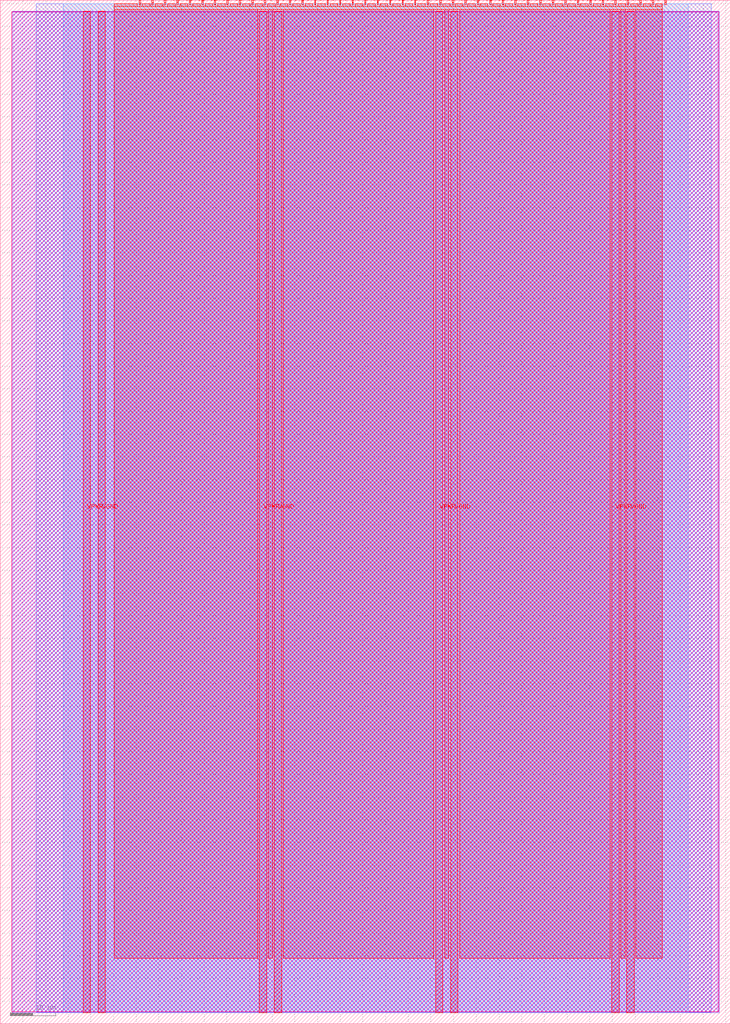
<source format=lef>
VERSION 5.7 ;
  NOWIREEXTENSIONATPIN ON ;
  DIVIDERCHAR "/" ;
  BUSBITCHARS "[]" ;
MACRO tt_um_branch_pred
  CLASS BLOCK ;
  FOREIGN tt_um_branch_pred ;
  ORIGIN 0.000 0.000 ;
  SIZE 161.000 BY 225.760 ;
  PIN VGND
    DIRECTION INOUT ;
    USE GROUND ;
    PORT
      LAYER met4 ;
        RECT 21.580 2.480 23.180 223.280 ;
    END
    PORT
      LAYER met4 ;
        RECT 60.450 2.480 62.050 223.280 ;
    END
    PORT
      LAYER met4 ;
        RECT 99.320 2.480 100.920 223.280 ;
    END
    PORT
      LAYER met4 ;
        RECT 138.190 2.480 139.790 223.280 ;
    END
  END VGND
  PIN VPWR
    DIRECTION INOUT ;
    USE POWER ;
    PORT
      LAYER met4 ;
        RECT 18.280 2.480 19.880 223.280 ;
    END
    PORT
      LAYER met4 ;
        RECT 57.150 2.480 58.750 223.280 ;
    END
    PORT
      LAYER met4 ;
        RECT 96.020 2.480 97.620 223.280 ;
    END
    PORT
      LAYER met4 ;
        RECT 134.890 2.480 136.490 223.280 ;
    END
  END VPWR
  PIN clk
    DIRECTION INPUT ;
    USE SIGNAL ;
    ANTENNAGATEAREA 0.852000 ;
    PORT
      LAYER met4 ;
        RECT 143.830 224.760 144.130 225.760 ;
    END
  END clk
  PIN ena
    DIRECTION INPUT ;
    USE SIGNAL ;
    PORT
      LAYER met4 ;
        RECT 146.590 224.760 146.890 225.760 ;
    END
  END ena
  PIN rst_n
    DIRECTION INPUT ;
    USE SIGNAL ;
    ANTENNAGATEAREA 0.196500 ;
    PORT
      LAYER met4 ;
        RECT 141.070 224.760 141.370 225.760 ;
    END
  END rst_n
  PIN ui_in[0]
    DIRECTION INPUT ;
    USE SIGNAL ;
    PORT
      LAYER met4 ;
        RECT 138.310 224.760 138.610 225.760 ;
    END
  END ui_in[0]
  PIN ui_in[1]
    DIRECTION INPUT ;
    USE SIGNAL ;
    PORT
      LAYER met4 ;
        RECT 135.550 224.760 135.850 225.760 ;
    END
  END ui_in[1]
  PIN ui_in[2]
    DIRECTION INPUT ;
    USE SIGNAL ;
    ANTENNAGATEAREA 0.196500 ;
    PORT
      LAYER met4 ;
        RECT 132.790 224.760 133.090 225.760 ;
    END
  END ui_in[2]
  PIN ui_in[3]
    DIRECTION INPUT ;
    USE SIGNAL ;
    ANTENNAGATEAREA 0.196500 ;
    PORT
      LAYER met4 ;
        RECT 130.030 224.760 130.330 225.760 ;
    END
  END ui_in[3]
  PIN ui_in[4]
    DIRECTION INPUT ;
    USE SIGNAL ;
    ANTENNAGATEAREA 0.196500 ;
    PORT
      LAYER met4 ;
        RECT 127.270 224.760 127.570 225.760 ;
    END
  END ui_in[4]
  PIN ui_in[5]
    DIRECTION INPUT ;
    USE SIGNAL ;
    PORT
      LAYER met4 ;
        RECT 124.510 224.760 124.810 225.760 ;
    END
  END ui_in[5]
  PIN ui_in[6]
    DIRECTION INPUT ;
    USE SIGNAL ;
    PORT
      LAYER met4 ;
        RECT 121.750 224.760 122.050 225.760 ;
    END
  END ui_in[6]
  PIN ui_in[7]
    DIRECTION INPUT ;
    USE SIGNAL ;
    PORT
      LAYER met4 ;
        RECT 118.990 224.760 119.290 225.760 ;
    END
  END ui_in[7]
  PIN uio_in[0]
    DIRECTION INPUT ;
    USE SIGNAL ;
    ANTENNAGATEAREA 0.196500 ;
    PORT
      LAYER met4 ;
        RECT 116.230 224.760 116.530 225.760 ;
    END
  END uio_in[0]
  PIN uio_in[1]
    DIRECTION INPUT ;
    USE SIGNAL ;
    ANTENNAGATEAREA 0.213000 ;
    PORT
      LAYER met4 ;
        RECT 113.470 224.760 113.770 225.760 ;
    END
  END uio_in[1]
  PIN uio_in[2]
    DIRECTION INPUT ;
    USE SIGNAL ;
    PORT
      LAYER met4 ;
        RECT 110.710 224.760 111.010 225.760 ;
    END
  END uio_in[2]
  PIN uio_in[3]
    DIRECTION INPUT ;
    USE SIGNAL ;
    PORT
      LAYER met4 ;
        RECT 107.950 224.760 108.250 225.760 ;
    END
  END uio_in[3]
  PIN uio_in[4]
    DIRECTION INPUT ;
    USE SIGNAL ;
    PORT
      LAYER met4 ;
        RECT 105.190 224.760 105.490 225.760 ;
    END
  END uio_in[4]
  PIN uio_in[5]
    DIRECTION INPUT ;
    USE SIGNAL ;
    PORT
      LAYER met4 ;
        RECT 102.430 224.760 102.730 225.760 ;
    END
  END uio_in[5]
  PIN uio_in[6]
    DIRECTION INPUT ;
    USE SIGNAL ;
    PORT
      LAYER met4 ;
        RECT 99.670 224.760 99.970 225.760 ;
    END
  END uio_in[6]
  PIN uio_in[7]
    DIRECTION INPUT ;
    USE SIGNAL ;
    ANTENNAGATEAREA 0.196500 ;
    PORT
      LAYER met4 ;
        RECT 96.910 224.760 97.210 225.760 ;
    END
  END uio_in[7]
  PIN uio_oe[0]
    DIRECTION OUTPUT ;
    USE SIGNAL ;
    PORT
      LAYER met4 ;
        RECT 49.990 224.760 50.290 225.760 ;
    END
  END uio_oe[0]
  PIN uio_oe[1]
    DIRECTION OUTPUT ;
    USE SIGNAL ;
    PORT
      LAYER met4 ;
        RECT 47.230 224.760 47.530 225.760 ;
    END
  END uio_oe[1]
  PIN uio_oe[2]
    DIRECTION OUTPUT ;
    USE SIGNAL ;
    PORT
      LAYER met4 ;
        RECT 44.470 224.760 44.770 225.760 ;
    END
  END uio_oe[2]
  PIN uio_oe[3]
    DIRECTION OUTPUT ;
    USE SIGNAL ;
    PORT
      LAYER met4 ;
        RECT 41.710 224.760 42.010 225.760 ;
    END
  END uio_oe[3]
  PIN uio_oe[4]
    DIRECTION OUTPUT ;
    USE SIGNAL ;
    PORT
      LAYER met4 ;
        RECT 38.950 224.760 39.250 225.760 ;
    END
  END uio_oe[4]
  PIN uio_oe[5]
    DIRECTION OUTPUT ;
    USE SIGNAL ;
    PORT
      LAYER met4 ;
        RECT 36.190 224.760 36.490 225.760 ;
    END
  END uio_oe[5]
  PIN uio_oe[6]
    DIRECTION OUTPUT ;
    USE SIGNAL ;
    PORT
      LAYER met4 ;
        RECT 33.430 224.760 33.730 225.760 ;
    END
  END uio_oe[6]
  PIN uio_oe[7]
    DIRECTION OUTPUT ;
    USE SIGNAL ;
    PORT
      LAYER met4 ;
        RECT 30.670 224.760 30.970 225.760 ;
    END
  END uio_oe[7]
  PIN uio_out[0]
    DIRECTION OUTPUT ;
    USE SIGNAL ;
    PORT
      LAYER met4 ;
        RECT 72.070 224.760 72.370 225.760 ;
    END
  END uio_out[0]
  PIN uio_out[1]
    DIRECTION OUTPUT ;
    USE SIGNAL ;
    PORT
      LAYER met4 ;
        RECT 69.310 224.760 69.610 225.760 ;
    END
  END uio_out[1]
  PIN uio_out[2]
    DIRECTION OUTPUT ;
    USE SIGNAL ;
    ANTENNADIFFAREA 0.445500 ;
    PORT
      LAYER met4 ;
        RECT 66.550 224.760 66.850 225.760 ;
    END
  END uio_out[2]
  PIN uio_out[3]
    DIRECTION OUTPUT ;
    USE SIGNAL ;
    ANTENNADIFFAREA 0.445500 ;
    PORT
      LAYER met4 ;
        RECT 63.790 224.760 64.090 225.760 ;
    END
  END uio_out[3]
  PIN uio_out[4]
    DIRECTION OUTPUT ;
    USE SIGNAL ;
    ANTENNADIFFAREA 0.445500 ;
    PORT
      LAYER met4 ;
        RECT 61.030 224.760 61.330 225.760 ;
    END
  END uio_out[4]
  PIN uio_out[5]
    DIRECTION OUTPUT ;
    USE SIGNAL ;
    ANTENNADIFFAREA 0.795200 ;
    PORT
      LAYER met4 ;
        RECT 58.270 224.760 58.570 225.760 ;
    END
  END uio_out[5]
  PIN uio_out[6]
    DIRECTION OUTPUT ;
    USE SIGNAL ;
    ANTENNADIFFAREA 0.445500 ;
    PORT
      LAYER met4 ;
        RECT 55.510 224.760 55.810 225.760 ;
    END
  END uio_out[6]
  PIN uio_out[7]
    DIRECTION OUTPUT ;
    USE SIGNAL ;
    PORT
      LAYER met4 ;
        RECT 52.750 224.760 53.050 225.760 ;
    END
  END uio_out[7]
  PIN uo_out[0]
    DIRECTION OUTPUT ;
    USE SIGNAL ;
    ANTENNADIFFAREA 0.445500 ;
    PORT
      LAYER met4 ;
        RECT 94.150 224.760 94.450 225.760 ;
    END
  END uo_out[0]
  PIN uo_out[1]
    DIRECTION OUTPUT ;
    USE SIGNAL ;
    ANTENNADIFFAREA 0.445500 ;
    PORT
      LAYER met4 ;
        RECT 91.390 224.760 91.690 225.760 ;
    END
  END uo_out[1]
  PIN uo_out[2]
    DIRECTION OUTPUT ;
    USE SIGNAL ;
    ANTENNADIFFAREA 0.795200 ;
    PORT
      LAYER met4 ;
        RECT 88.630 224.760 88.930 225.760 ;
    END
  END uo_out[2]
  PIN uo_out[3]
    DIRECTION OUTPUT ;
    USE SIGNAL ;
    ANTENNADIFFAREA 0.445500 ;
    PORT
      LAYER met4 ;
        RECT 85.870 224.760 86.170 225.760 ;
    END
  END uo_out[3]
  PIN uo_out[4]
    DIRECTION OUTPUT ;
    USE SIGNAL ;
    ANTENNADIFFAREA 0.795200 ;
    PORT
      LAYER met4 ;
        RECT 83.110 224.760 83.410 225.760 ;
    END
  END uo_out[4]
  PIN uo_out[5]
    DIRECTION OUTPUT ;
    USE SIGNAL ;
    ANTENNAGATEAREA 2.110500 ;
    ANTENNADIFFAREA 0.891000 ;
    PORT
      LAYER met4 ;
        RECT 80.350 224.760 80.650 225.760 ;
    END
  END uo_out[5]
  PIN uo_out[6]
    DIRECTION OUTPUT ;
    USE SIGNAL ;
    ANTENNAGATEAREA 1.368000 ;
    ANTENNADIFFAREA 0.891000 ;
    PORT
      LAYER met4 ;
        RECT 77.590 224.760 77.890 225.760 ;
    END
  END uo_out[6]
  PIN uo_out[7]
    DIRECTION OUTPUT ;
    USE SIGNAL ;
    ANTENNADIFFAREA 0.445500 ;
    PORT
      LAYER met4 ;
        RECT 74.830 224.760 75.130 225.760 ;
    END
  END uo_out[7]
  OBS
      LAYER nwell ;
        RECT 2.570 2.635 158.430 223.230 ;
      LAYER li1 ;
        RECT 2.760 2.635 158.240 223.125 ;
      LAYER met1 ;
        RECT 2.760 2.480 158.540 223.280 ;
      LAYER met2 ;
        RECT 7.920 2.535 156.760 224.925 ;
      LAYER met3 ;
        RECT 13.865 2.555 151.735 224.905 ;
      LAYER met4 ;
        RECT 25.135 224.360 30.270 224.905 ;
        RECT 31.370 224.360 33.030 224.905 ;
        RECT 34.130 224.360 35.790 224.905 ;
        RECT 36.890 224.360 38.550 224.905 ;
        RECT 39.650 224.360 41.310 224.905 ;
        RECT 42.410 224.360 44.070 224.905 ;
        RECT 45.170 224.360 46.830 224.905 ;
        RECT 47.930 224.360 49.590 224.905 ;
        RECT 50.690 224.360 52.350 224.905 ;
        RECT 53.450 224.360 55.110 224.905 ;
        RECT 56.210 224.360 57.870 224.905 ;
        RECT 58.970 224.360 60.630 224.905 ;
        RECT 61.730 224.360 63.390 224.905 ;
        RECT 64.490 224.360 66.150 224.905 ;
        RECT 67.250 224.360 68.910 224.905 ;
        RECT 70.010 224.360 71.670 224.905 ;
        RECT 72.770 224.360 74.430 224.905 ;
        RECT 75.530 224.360 77.190 224.905 ;
        RECT 78.290 224.360 79.950 224.905 ;
        RECT 81.050 224.360 82.710 224.905 ;
        RECT 83.810 224.360 85.470 224.905 ;
        RECT 86.570 224.360 88.230 224.905 ;
        RECT 89.330 224.360 90.990 224.905 ;
        RECT 92.090 224.360 93.750 224.905 ;
        RECT 94.850 224.360 96.510 224.905 ;
        RECT 97.610 224.360 99.270 224.905 ;
        RECT 100.370 224.360 102.030 224.905 ;
        RECT 103.130 224.360 104.790 224.905 ;
        RECT 105.890 224.360 107.550 224.905 ;
        RECT 108.650 224.360 110.310 224.905 ;
        RECT 111.410 224.360 113.070 224.905 ;
        RECT 114.170 224.360 115.830 224.905 ;
        RECT 116.930 224.360 118.590 224.905 ;
        RECT 119.690 224.360 121.350 224.905 ;
        RECT 122.450 224.360 124.110 224.905 ;
        RECT 125.210 224.360 126.870 224.905 ;
        RECT 127.970 224.360 129.630 224.905 ;
        RECT 130.730 224.360 132.390 224.905 ;
        RECT 133.490 224.360 135.150 224.905 ;
        RECT 136.250 224.360 137.910 224.905 ;
        RECT 139.010 224.360 140.670 224.905 ;
        RECT 141.770 224.360 143.430 224.905 ;
        RECT 144.530 224.360 145.985 224.905 ;
        RECT 25.135 223.680 145.985 224.360 ;
        RECT 25.135 14.455 56.750 223.680 ;
        RECT 59.150 14.455 60.050 223.680 ;
        RECT 62.450 14.455 95.620 223.680 ;
        RECT 98.020 14.455 98.920 223.680 ;
        RECT 101.320 14.455 134.490 223.680 ;
        RECT 136.890 14.455 137.790 223.680 ;
        RECT 140.190 14.455 145.985 223.680 ;
  END
END tt_um_branch_pred
END LIBRARY


</source>
